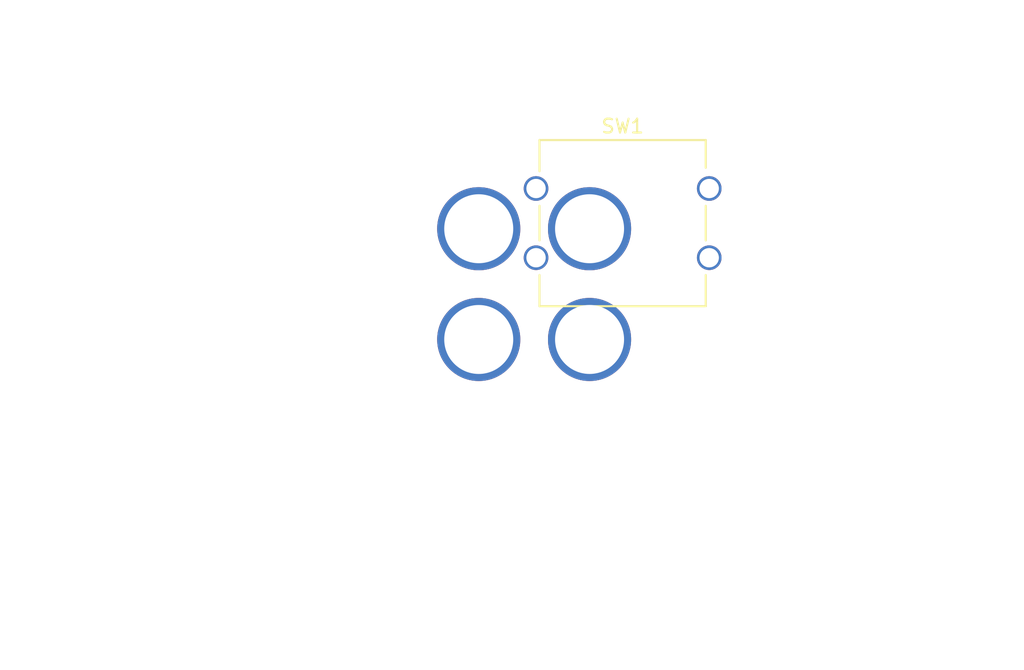
<source format=kicad_pcb>
(kicad_pcb (version 4) (host pcbnew 4.0.5-e0-6337~49~ubuntu16.04.1)

  (general
    (links 2)
    (no_connects 2)
    (area 0 0 0 0)
    (thickness 1.6)
    (drawings 17)
    (tracks 0)
    (zones 0)
    (modules 2)
    (nets 3)
  )

  (page USLetter)
  (title_block
    (title "2x2 12mm Square TH Pushbutton Module")
    (date "12 Jan 2017")
    (rev v1.0)
    (company "All rights reserved.")
    (comment 1 help@browndoggadgets.com)
    (comment 2 http://browndoggadgets.com/)
    (comment 3 "Brown Dog Gadgets")
  )

  (layers
    (0 F.Cu signal)
    (31 B.Cu signal)
    (34 B.Paste user)
    (35 F.Paste user)
    (36 B.SilkS user)
    (37 F.SilkS user)
    (38 B.Mask user)
    (39 F.Mask user)
    (44 Edge.Cuts user)
    (46 B.CrtYd user)
    (47 F.CrtYd user)
    (48 B.Fab user)
    (49 F.Fab user)
  )

  (setup
    (last_trace_width 0.254)
    (user_trace_width 0.1524)
    (user_trace_width 0.254)
    (user_trace_width 0.3302)
    (user_trace_width 0.508)
    (user_trace_width 0.762)
    (user_trace_width 1.27)
    (trace_clearance 0.254)
    (zone_clearance 0.508)
    (zone_45_only no)
    (trace_min 0.1524)
    (segment_width 0.1524)
    (edge_width 0.1524)
    (via_size 0.6858)
    (via_drill 0.3302)
    (via_min_size 0.6858)
    (via_min_drill 0.3302)
    (user_via 0.6858 0.3302)
    (user_via 0.762 0.4064)
    (user_via 0.8636 0.508)
    (uvia_size 0.6858)
    (uvia_drill 0.3302)
    (uvias_allowed no)
    (uvia_min_size 0)
    (uvia_min_drill 0)
    (pcb_text_width 0.1524)
    (pcb_text_size 1.016 1.016)
    (mod_edge_width 0.1524)
    (mod_text_size 1.016 1.016)
    (mod_text_width 0.1524)
    (pad_size 1.524 1.524)
    (pad_drill 0.762)
    (pad_to_mask_clearance 0.0762)
    (solder_mask_min_width 0.1016)
    (pad_to_paste_clearance -0.0762)
    (aux_axis_origin 0 0)
    (visible_elements FFFEDF7D)
    (pcbplotparams
      (layerselection 0x310fc_80000001)
      (usegerberextensions true)
      (excludeedgelayer true)
      (linewidth 0.100000)
      (plotframeref false)
      (viasonmask false)
      (mode 1)
      (useauxorigin false)
      (hpglpennumber 1)
      (hpglpenspeed 20)
      (hpglpendiameter 15)
      (hpglpenoverlay 2)
      (psnegative false)
      (psa4output false)
      (plotreference true)
      (plotvalue true)
      (plotinvisibletext false)
      (padsonsilk false)
      (subtractmaskfromsilk false)
      (outputformat 1)
      (mirror false)
      (drillshape 0)
      (scaleselection 1)
      (outputdirectory gerbers))
  )

  (net 0 "")
  (net 1 /2)
  (net 2 /1)

  (net_class Default "This is the default net class."
    (clearance 0.254)
    (trace_width 0.254)
    (via_dia 0.6858)
    (via_drill 0.3302)
    (uvia_dia 0.6858)
    (uvia_drill 0.3302)
    (add_net /1)
    (add_net /2)
  )

  (module Crazy_Circuits:BLANK-LEGO-2x2 (layer F.Cu) (tedit 5877E227) (tstamp 5878E602)
    (at 139.1285 99.3775)
    (descr "2.54mm pitch through hole centered 2x2")
    (fp_text reference "BLANK 2x2" (at 4 -4) (layer F.Fab)
      (effects (font (size 1 1) (thickness 0.15)))
    )
    (fp_text value BLANK-LEGO-2x2 (at 4 6) (layer F.Fab) hide
      (effects (font (size 1 1) (thickness 0.15)))
    )
    (fp_line (start 7.9 -11.8) (end 0.1 -11.8) (layer F.Fab) (width 0.04064))
    (fp_line (start 7.9 3.8) (end 0.1 3.8) (layer F.Fab) (width 0.04064))
    (fp_line (start 11.8 -0.1) (end 11.8 -7.9) (layer F.Fab) (width 0.04064))
    (fp_line (start -3.8 -0.1) (end -3.8 -7.9) (layer F.Fab) (width 0.04064))
    (fp_arc (start 7.9 -7.9) (end 7.9 -11.8) (angle 90) (layer F.Fab) (width 0.04064))
    (fp_arc (start 7.9 -0.1) (end 11.8 -0.1) (angle 90) (layer F.Fab) (width 0.04064))
    (fp_arc (start 0.1 -0.1) (end 0.1 3.8) (angle 90) (layer F.Fab) (width 0.04064))
    (fp_arc (start 0.1 -7.9) (end -3.8 -7.9) (angle 90) (layer F.Fab) (width 0.04064))
    (pad 2 thru_hole circle (at 0 0) (size 6 6) (drill 4.98) (layers *.Cu *.Mask))
    (pad 1 thru_hole circle (at 0 -8) (size 6 6) (drill 4.98) (layers *.Cu *.Mask))
    (pad 1 thru_hole circle (at 8 -8) (size 6 6) (drill 4.98) (layers *.Cu *.Mask))
    (pad 2 thru_hole circle (at 8 0) (size 6 6) (drill 4.98) (layers *.Cu *.Mask))
  )

  (module Crazy_NonLego:SWITCH-OMRON-MOMENTARY-TH-B3F-4000 (layer F.Cu) (tedit 5876C660) (tstamp 5878E63D)
    (at 149.5155 90.972)
    (path /58786D6C)
    (fp_text reference SW1 (at 0 0) (layer F.Fab)
      (effects (font (size 1 1) (thickness 0.15)))
    )
    (fp_text value SWITCH-MOMENT-SPDT-TH-B3F-4000 (at 0 -0.5) (layer F.Fab) hide
      (effects (font (size 1 1) (thickness 0.15)))
    )
    (fp_line (start 6 -1.25) (end 6 -1) (layer F.SilkS) (width 0.1524))
    (fp_line (start 6 -1) (end 6 1.25) (layer F.SilkS) (width 0.1524))
    (fp_line (start 6 6) (end 6 3.75) (layer F.SilkS) (width 0.1524))
    (fp_line (start -6 6) (end 6 6) (layer F.SilkS) (width 0.1524))
    (fp_line (start -6 3.75) (end -6 6) (layer F.SilkS) (width 0.1524))
    (fp_line (start -6 -1.25) (end -6 1.25) (layer F.SilkS) (width 0.1524))
    (fp_line (start -6 -6) (end -6 -3.75) (layer F.SilkS) (width 0.1524))
    (fp_line (start 6 -6) (end 6 -4) (layer F.SilkS) (width 0.1524))
    (fp_line (start -6 -6) (end 6 -6) (layer F.SilkS) (width 0.1524))
    (fp_circle (center 0 4.5) (end 0.5 5.25) (layer F.Fab) (width 0.04064))
    (fp_circle (center 0 -4.5) (end 0.5 -3.75) (layer F.Fab) (width 0.04064))
    (fp_line (start -8 -6) (end 7.5 -6) (layer F.CrtYd) (width 0.04064))
    (fp_line (start -8 6) (end -8 -6) (layer F.CrtYd) (width 0.04064))
    (fp_line (start 7.5 6) (end -8 6) (layer F.CrtYd) (width 0.04064))
    (fp_line (start 7.5 -6) (end 7.5 6) (layer F.CrtYd) (width 0.04064))
    (fp_text user %R (at 0 -7) (layer F.SilkS)
      (effects (font (size 1 1) (thickness 0.15)))
    )
    (fp_line (start -6 -6) (end 6 -6) (layer F.Fab) (width 0.04064))
    (fp_line (start 6 -6) (end 6 6) (layer F.Fab) (width 0.04064))
    (fp_line (start 6 6) (end -6 6) (layer F.Fab) (width 0.04064))
    (fp_line (start -6 6) (end -6 -6) (layer F.Fab) (width 0.04064))
    (pad "" np_thru_hole circle (at 0 -4.5) (size 1.99898 1.99898) (drill 1.99898) (layers *.Cu)
      (solder_mask_margin 0.0762))
    (pad 3 thru_hole circle (at 6.25 -2.5) (size 1.778 1.778) (drill 1.397) (layers *.Cu *.Mask)
      (net 1 /2) (solder_mask_margin 0.0762))
    (pad "" np_thru_hole circle (at 0 4.5) (size 1.99898 1.99898) (drill 1.99898) (layers *.Cu)
      (solder_mask_margin 0.0762))
    (pad 1 thru_hole circle (at 6.25 2.5) (size 1.778 1.778) (drill 1.397) (layers *.Cu *.Mask)
      (net 2 /1) (solder_mask_margin 0.0762))
    (pad 4 thru_hole circle (at -6.25 -2.5) (size 1.778 1.778) (drill 1.397) (layers *.Cu *.Mask)
      (net 1 /2) (solder_mask_margin 0.0762))
    (pad 2 thru_hole circle (at -6.25 2.5) (size 1.778 1.778) (drill 1.397) (layers *.Cu *.Mask)
      (net 2 /1) (solder_mask_margin 0.0762))
  )

  (gr_circle (center 117.348 76.962) (end 118.618 76.962) (layer Dwgs.User) (width 0.15))
  (gr_line (start 114.427 78.994) (end 114.427 74.93) (angle 90) (layer Dwgs.User) (width 0.15))
  (gr_line (start 120.269 78.994) (end 114.427 78.994) (angle 90) (layer Dwgs.User) (width 0.15))
  (gr_line (start 120.269 74.93) (end 120.269 78.994) (angle 90) (layer Dwgs.User) (width 0.15))
  (gr_line (start 114.427 74.93) (end 120.269 74.93) (angle 90) (layer Dwgs.User) (width 0.15))
  (gr_line (start 120.523 93.98) (end 104.648 93.98) (angle 90) (layer Dwgs.User) (width 0.15))
  (gr_line (start 173.355 102.235) (end 173.355 94.615) (angle 90) (layer Dwgs.User) (width 0.15))
  (gr_line (start 178.435 102.235) (end 173.355 102.235) (angle 90) (layer Dwgs.User) (width 0.15))
  (gr_line (start 178.435 94.615) (end 178.435 102.235) (angle 90) (layer Dwgs.User) (width 0.15))
  (gr_line (start 173.355 94.615) (end 178.435 94.615) (angle 90) (layer Dwgs.User) (width 0.15))
  (gr_line (start 109.093 123.19) (end 109.093 114.3) (angle 90) (layer Dwgs.User) (width 0.15))
  (gr_line (start 122.428 123.19) (end 109.093 123.19) (angle 90) (layer Dwgs.User) (width 0.15))
  (gr_line (start 122.428 114.3) (end 122.428 123.19) (angle 90) (layer Dwgs.User) (width 0.15))
  (gr_line (start 109.093 114.3) (end 122.428 114.3) (angle 90) (layer Dwgs.User) (width 0.15))
  (gr_line (start 104.648 93.98) (end 104.648 82.55) (angle 90) (layer Dwgs.User) (width 0.15))
  (gr_line (start 120.523 82.55) (end 120.523 93.98) (angle 90) (layer Dwgs.User) (width 0.15))
  (gr_line (start 104.648 82.55) (end 120.523 82.55) (angle 90) (layer Dwgs.User) (width 0.15))

)

</source>
